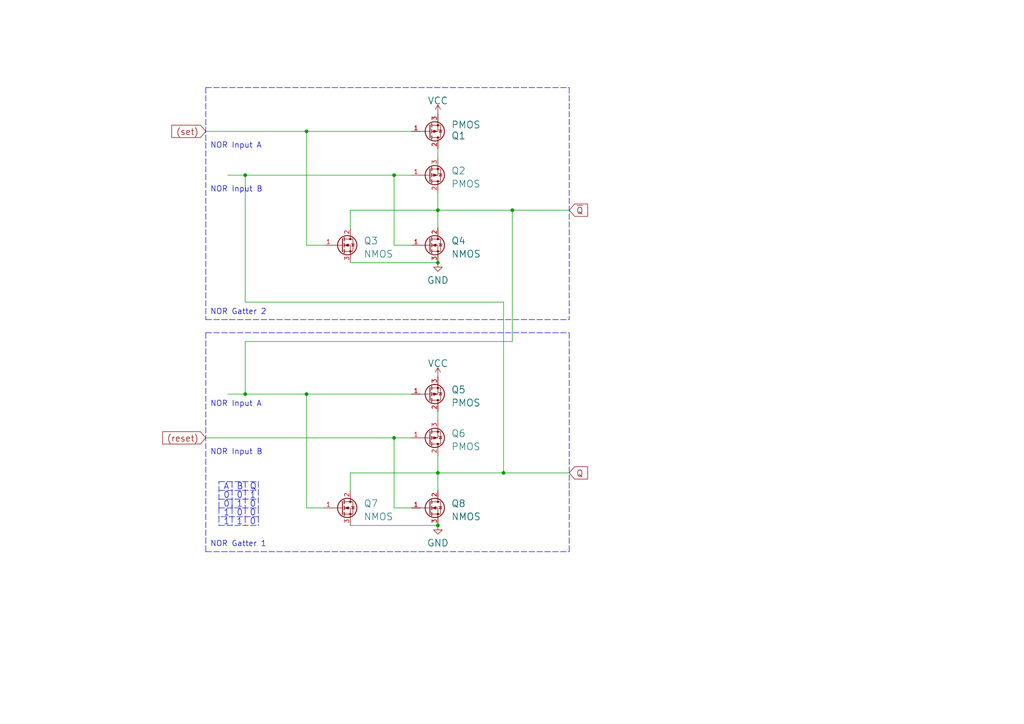
<source format=kicad_sch>
(kicad_sch (version 20211123) (generator eeschema)
  (paper "A4")
  (title_block (title "CMOS RS Latch") (date "2024-07-22") (rev "1.0") (comment 1 "creativecommons.org/licenses/by-sa/4.0/") (comment 2 "License: CC BY-SA 4.0") (comment 3 "Author: Michael Krause"))
  (lib_symbols
    (symbol "Device:Q_NMOS_GDS" (pin_names (offset 0) hide)
      (property "Reference" "Q" (at 5.08 1.27 0))
      (property "Value" "Q_NMOS_GDS" (at 5.08 -1.27 0))
      (symbol "Q_NMOS_GDS_0_1"
        (polyline (pts (xy 0.254 0) (xy -2.54 0)))
        (polyline (pts (xy 0.254 1.905) (xy 0.254 -1.905)) (stroke (width 0.254)))
        (polyline (pts (xy 0.762 -1.27) (xy 0.762 -2.286)) (stroke (width 0.254)))
        (polyline (pts (xy 0.762 0.508) (xy 0.762 -0.508)) (stroke (width 0.254)))
        (polyline (pts (xy 0.762 2.286) (xy 0.762 1.27)) (stroke (width 0.254)))
        (polyline (pts (xy 2.54 2.54) (xy 2.54 1.778)))
        (polyline (pts (xy 2.54 -2.54) (xy 2.54 0) (xy 0.762 0)))
        (polyline (pts (xy 0.762 -1.778) (xy 3.302 -1.778) (xy 3.302 1.778) (xy 0.762 1.778)))
        (polyline (pts (xy 1.016 0) (xy 2.032 0.381) (xy 2.032 -0.381) (xy 1.016 0)) (fill (type outline)))
        (polyline (pts (xy 2.794 0.508) (xy 2.921 0.381) (xy 3.683 0.381) (xy 3.81 0.254)))
        (polyline (pts (xy 3.302 0.381) (xy 2.921 -0.254) (xy 3.683 -0.254) (xy 3.302 0.381)))
        (circle (center 1.651 0) (radius 2.794) (stroke (width 0.254)))
        (circle (center 2.54 -1.778) (radius 0.254) (fill (type outline)))
        (circle (center 2.54 1.778) (radius 0.254) (fill (type outline)))
      )
      (symbol "Q_NMOS_GDS_1_1"
        (pin input line (at -5.08 0 0) (length 2.54) (name "G") (number "1"))
        (pin passive line (at 2.54 5.08 270) (length 2.54) (name "D") (number "2"))
        (pin passive line (at 2.54 -5.08 90) (length 2.54) (name "S") (number "3"))
      )
    )
    (symbol "Device:Q_PMOS_GDS" (pin_names (offset 0) hide)
      (property "Reference" "Q" (at 5.08 1.27 0))
      (property "Value" "Q_PMOS_GDS" (at 5.08 -1.27 0))
      (symbol "Q_PMOS_GDS_0_1"
        (polyline (pts (xy 0.254 0) (xy -2.54 0)))
        (polyline (pts (xy 0.254 1.905) (xy 0.254 -1.905)) (stroke (width 0.254)))
        (polyline (pts (xy 0.762 -1.27) (xy 0.762 -2.286)) (stroke (width 0.254)))
        (polyline (pts (xy 0.762 0.508) (xy 0.762 -0.508)) (stroke (width 0.254)))
        (polyline (pts (xy 0.762 2.286) (xy 0.762 1.27)) (stroke (width 0.254)))
        (polyline (pts (xy 2.54 2.54) (xy 2.54 1.778)))
        (polyline (pts (xy 2.54 -2.54) (xy 2.54 0) (xy 0.762 0)))
        (polyline (pts (xy 0.762 1.778) (xy 3.302 1.778) (xy 3.302 -1.778) (xy 0.762 -1.778)))
        (polyline (pts (xy 2.286 0) (xy 1.27 0.381) (xy 1.27 -0.381) (xy 2.286 0)) (fill (type outline)))
        (polyline (pts (xy 2.794 -0.508) (xy 2.921 -0.381) (xy 3.683 -0.381) (xy 3.81 -0.254)))
        (polyline (pts (xy 3.302 -0.381) (xy 2.921 0.254) (xy 3.683 0.254) (xy 3.302 -0.381)))
        (circle (center 1.651 0) (radius 2.794) (stroke (width 0.254)))
        (circle (center 2.54 -1.778) (radius 0.254) (fill (type outline)))
        (circle (center 2.54 1.778) (radius 0.254) (fill (type outline)))
      )
      (symbol "Q_PMOS_GDS_1_1"
        (pin input line (at -5.08 0 0) (length 2.54) (name "G") (number "1"))
        (pin passive line (at 2.54 5.08 270) (length 2.54) (name "D") (number "2"))
        (pin passive line (at 2.54 -5.08 90) (length 2.54) (name "S") (number "3"))
      )
    )
    (symbol "power:GND" (power) (pin_names (offset 0))
      (property "Value" "GND" (at 0 -3.81 0))
      (symbol "GND_0_1"
        (polyline (pts (xy 0 0) (xy 0 -1.27) (xy 1.27 -1.27) (xy 0 -2.54) (xy -1.27 -1.27) (xy 0 -1.27)))
      )
      (symbol "GND_1_1"
        (pin power_in line (at 0 0 270) (length 0) hide (name "GND") (number "1"))
      )
    )
    (symbol "power:VCC" (power) (pin_names (offset 0))
      (property "Value" "VCC" (at 0 3.81 0))
      (symbol "VCC_0_1"
        (polyline (pts (xy -0.762 1.27) (xy 0 2.54)))
        (polyline (pts (xy 0 0) (xy 0 2.54)))
        (polyline (pts (xy 0 2.54) (xy 0.762 1.27)))
      )
      (symbol "VCC_1_1"
        (pin power_in line (at 0 0 90) (length 0) hide (name "VCC") (number "1"))
      )
    )
  )
  (junction (at 114.3 127))
  (junction (at 88.9 114.3))
  (junction (at 127 60.96))
  (junction (at 146.05 137.16))
  (junction (at 114.3 50.8))
  (junction (at 71.12 114.3))
  (junction (at 127 152.4))
  (junction (at 127 76.2))
  (junction (at 148.59 60.96))
  (junction (at 127 137.16))
  (junction (at 71.12 50.8))
  (junction (at 88.9 38.1))
  (polyline (pts (xy 71.12 149.86) (xy 71.12 152.4)))
  (polyline (pts (xy 59.69 25.4) (xy 59.69 92.71)))
  (wire (pts (xy 93.98 71.12) (xy 88.9 71.12)))
  (polyline (pts (xy 74.93 147.32) (xy 74.93 149.86)))
  (wire (pts (xy 101.6 60.96) (xy 127 60.96)))
  (polyline (pts (xy 67.31 139.7) (xy 67.31 147.32)))
  (wire (pts (xy 101.6 60.96) (xy 101.6 66.04)))
  (wire (pts (xy 71.12 114.3) (xy 71.12 99.06)))
  (wire (pts (xy 127 55.88) (xy 127 60.96)))
  (wire (pts (xy 88.9 38.1) (xy 119.38 38.1)))
  (polyline (pts (xy 67.31 147.32) (xy 67.31 149.86)))
  (wire (pts (xy 127 132.08) (xy 127 137.16)))
  (polyline (pts (xy 63.5 147.32) (xy 63.5 139.7)))
  (wire (pts (xy 114.3 50.8) (xy 114.3 71.12)))
  (wire (pts (xy 114.3 50.8) (xy 119.38 50.8)))
  (wire (pts (xy 127 119.38) (xy 127 121.92)))
  (wire (pts (xy 93.98 147.32) (xy 88.9 147.32)))
  (wire (pts (xy 71.12 114.3) (xy 88.9 114.3)))
  (wire (pts (xy 101.6 137.16) (xy 127 137.16)))
  (wire (pts (xy 148.59 99.06) (xy 148.59 60.96)))
  (polyline (pts (xy 63.5 139.7) (xy 74.93 139.7)))
  (polyline (pts (xy 59.69 25.4) (xy 165.1 25.4)))
  (polyline (pts (xy 59.69 160.02) (xy 165.1 160.02)))
  (polyline (pts (xy 63.5 152.4) (xy 74.93 152.4)))
  (polyline (pts (xy 63.5 147.32) (xy 63.5 149.86)))
  (wire (pts (xy 88.9 38.1) (xy 88.9 71.12)))
  (polyline (pts (xy 67.31 149.86) (xy 67.31 152.4)))
  (wire (pts (xy 66.04 114.3) (xy 71.12 114.3)))
  (wire (pts (xy 127 137.16) (xy 127 142.24)))
  (wire (pts (xy 148.59 60.96) (xy 165.1 60.96)))
  (wire (pts (xy 66.04 50.8) (xy 71.12 50.8)))
  (wire (pts (xy 101.6 76.2) (xy 127 76.2)))
  (wire (pts (xy 146.05 137.16) (xy 165.1 137.16)))
  (wire (pts (xy 88.9 114.3) (xy 119.38 114.3)))
  (polyline (pts (xy 59.69 92.71) (xy 165.1 92.71)))
  (polyline (pts (xy 165.1 25.4) (xy 165.1 92.71)))
  (wire (pts (xy 127 43.18) (xy 127 45.72)))
  (wire (pts (xy 127 60.96) (xy 127 66.04)))
  (polyline (pts (xy 59.69 96.52) (xy 59.69 160.02)))
  (wire (pts (xy 71.12 87.63) (xy 146.05 87.63)))
  (polyline (pts (xy 71.12 147.32) (xy 71.12 149.86)))
  (wire (pts (xy 59.69 38.1) (xy 88.9 38.1)))
  (wire (pts (xy 101.6 152.4) (xy 127 152.4)))
  (wire (pts (xy 127 137.16) (xy 146.05 137.16)))
  (polyline (pts (xy 59.69 96.52) (xy 165.1 96.52)))
  (polyline (pts (xy 67.31 146.05) (xy 67.31 147.32)))
  (wire (pts (xy 88.9 114.3) (xy 88.9 147.32)))
  (polyline (pts (xy 71.12 139.7) (xy 71.12 147.32)))
  (wire (pts (xy 119.38 147.32) (xy 114.3 147.32)))
  (wire (pts (xy 114.3 127) (xy 114.3 147.32)))
  (wire (pts (xy 101.6 137.16) (xy 101.6 142.24)))
  (polyline (pts (xy 74.93 149.86) (xy 74.93 152.4)))
  (polyline (pts (xy 63.5 147.32) (xy 74.93 147.32)))
  (wire (pts (xy 59.69 127) (xy 114.3 127)))
  (wire (pts (xy 148.59 60.96) (xy 127 60.96)))
  (polyline (pts (xy 63.5 144.78) (xy 74.93 144.78)))
  (polyline (pts (xy 165.1 96.52) (xy 165.1 160.02)))
  (wire (pts (xy 114.3 127) (xy 119.38 127)))
  (wire (pts (xy 146.05 87.63) (xy 146.05 137.16)))
  (wire (pts (xy 71.12 50.8) (xy 114.3 50.8)))
  (wire (pts (xy 71.12 50.8) (xy 71.12 87.63)))
  (polyline (pts (xy 74.93 139.7) (xy 74.93 147.32)))
  (polyline (pts (xy 74.93 149.86) (xy 63.5 149.86)))
  (wire (pts (xy 119.38 71.12) (xy 114.3 71.12)))
  (polyline (pts (xy 63.5 142.24) (xy 74.93 142.24)))
  (polyline (pts (xy 63.5 149.86) (xy 63.5 152.4)))
  (wire (pts (xy 71.12 99.06) (xy 148.59 99.06)))
  (text "1" (at 68.58 152.4 0) (effects (font (size 1.8 1.8)) (justify left bottom)))
  (text "1" (at 64.77 152.4 0) (effects (font (size 1.8 1.8)) (justify left bottom)))
  (text "0" (at 68.58 149.86 0) (effects (font (size 1.8 1.8)) (justify left bottom)))
  (text "1" (at 68.58 147.32 0) (effects (font (size 1.8 1.8)) (justify left bottom)))
  (text "NOR Input B" (at 60.96 132.08 0) (effects (font (size 1.6 1.6)) (justify left bottom)))
  (text "0" (at 72.39 149.86 0) (effects (font (size 1.8 1.8)) (justify left bottom)))
  (text "0" (at 64.77 147.32 0) (effects (font (size 1.8 1.8)) (justify left bottom)))
  (text "Q" (at 72.39 142.24 0) (effects (font (size 1.8 1.8)) (justify left bottom)))
  (text "1" (at 64.77 149.86 0) (effects (font (size 1.8 1.8)) (justify left bottom)))
  (text "B" (at 68.58 142.24 0) (effects (font (size 1.8 1.8)) (justify left bottom)))
  (text "NOR Input B" (at 60.96 55.88 0) (effects (font (size 1.6 1.6)) (justify left bottom)))
  (text "0" (at 72.39 152.4 0) (effects (font (size 1.8 1.8)) (justify left bottom)))
  (text "NOR Gatter 1" (at 60.96 158.75 0) (effects (font (size 1.6 1.6)) (justify left bottom)))
  (text "NOR Gatter 2" (at 60.96 91.44 0) (effects (font (size 1.6 1.6)) (justify left bottom)))
  (text "NOR Input A" (at 60.96 43.18 0) (effects (font (size 1.6 1.6)) (justify left bottom)))
  (text "0" (at 68.58 144.78 0) (effects (font (size 1.8 1.8)) (justify left bottom)))
  (text "A" (at 64.77 142.24 0) (effects (font (size 1.8 1.8)) (justify left bottom)))
  (text "0" (at 64.77 144.78 0) (effects (font (size 1.8 1.8)) (justify left bottom)))
  (text "1" (at 72.39 144.78 0) (effects (font (size 1.8 1.8)) (justify left bottom)))
  (text "0" (at 72.39 147.32 0) (effects (font (size 1.8 1.8)) (justify left bottom)))
  (text "NOR Input A" (at 60.96 118.11 0) (effects (font (size 1.6 1.6)) (justify left bottom)))
  (global_label "(reset)" (shape input) (at 59.69 127 180) (effects (font (size 1.8 1.8))) (property "Referenzen zwischen Schaltplänen" "${INTERSHEET_REFS}" (effects hide)))
  (global_label "~{Q}" (shape input) (at 165.1 60.96 0) (effects (font (size 1.8 1.8))) (property "Referenzen zwischen Schaltplänen" "${INTERSHEET_REFS}" (effects hide)))
  (global_label "Q" (shape input) (at 165.1 137.16 0) (effects (font (size 1.8 1.8))) (property "Referenzen zwischen Schaltplänen" "${INTERSHEET_REFS}" (effects hide)))
  (global_label "(set)" (shape input) (at 59.69 38.1 180) (effects (font (size 1.8 1.8))) (property "Referenzen zwischen Schaltplänen" "${INTERSHEET_REFS}" (effects hide)))
  (symbol (lib_id "Device:Q_PMOS_GDS") (at 124.46 38.1 0) (mirror x) (unit 1)
    (property "Reference" "Q1" (at 130.81 39.3701 0) (effects (font (size 2 2)) (justify left)))
    (property "Value" "PMOS" (at 130.81 36.195 0) (effects (font (size 2 2)) (justify left)))
  )
  (symbol (lib_id "Device:Q_NMOS_GDS") (at 124.46 147.32 0) (unit 1)
    (property "Reference" "Q8" (at 130.81 146.05 0) (effects (font (size 2 2)) (justify left)))
    (property "Value" "NMOS" (at 130.81 149.86 0) (effects (font (size 2 2)) (justify left)))
  )
  (symbol (lib_id "Device:Q_NMOS_GDS") (at 124.46 71.12 0) (unit 1)
    (property "Reference" "Q4" (at 130.81 69.85 0) (effects (font (size 2 2)) (justify left)))
    (property "Value" "NMOS" (at 130.81 73.66 0) (effects (font (size 2 2)) (justify left)))
  )
  (symbol (lib_id "power:VCC") (at 127 33.02 0) (unit 1)
    (property "Reference" "#PWR01" (effects hide))
    (property "Value" "VCC" (at 127 29.21 0) (effects (font (size 2 2))))
  )
  (symbol (lib_id "Device:Q_PMOS_GDS") (at 124.46 127 0) (mirror x) (unit 1)
    (property "Reference" "Q6" (at 130.81 125.73 0) (effects (font (size 2 2)) (justify left)))
    (property "Value" "PMOS" (at 130.81 129.54 0) (effects (font (size 2 2)) (justify left)))
  )
  (symbol (lib_id "Device:Q_NMOS_GDS") (at 99.06 71.12 0) (unit 1)
    (property "Reference" "Q3" (at 105.41 69.85 0) (effects (font (size 2 2)) (justify left)))
    (property "Value" "NMOS" (at 105.41 73.66 0) (effects (font (size 2 2)) (justify left)))
  )
  (symbol (lib_id "Device:Q_PMOS_GDS") (at 124.46 114.3 0) (mirror x) (unit 1)
    (property "Reference" "Q5" (at 130.81 113.03 0) (effects (font (size 2 2)) (justify left)))
    (property "Value" "PMOS" (at 130.81 116.84 0) (effects (font (size 2 2)) (justify left)))
  )
  (symbol (lib_id "power:GND") (at 127 76.2 0) (unit 1)
    (property "Reference" "#PWR02" (effects hide))
    (property "Value" "GND" (at 127 81.28 0) (effects (font (size 2 2))))
  )
  (symbol (lib_id "Device:Q_PMOS_GDS") (at 124.46 50.8 0) (mirror x) (unit 1)
    (property "Reference" "Q2" (at 130.81 49.53 0) (effects (font (size 2 2)) (justify left)))
    (property "Value" "PMOS" (at 130.81 53.34 0) (effects (font (size 2 2)) (justify left)))
  )
  (symbol (lib_id "Device:Q_NMOS_GDS") (at 99.06 147.32 0) (unit 1)
    (property "Reference" "Q7" (at 105.41 146.05 0) (effects (font (size 2 2)) (justify left)))
    (property "Value" "NMOS" (at 105.41 149.86 0) (effects (font (size 2 2)) (justify left)))
  )
  (symbol (lib_id "power:VCC") (at 127 109.22 0) (unit 1)
    (property "Reference" "#PWR03" (effects hide))
    (property "Value" "VCC" (at 127 105.41 0) (effects (font (size 2 2))))
  )
  (symbol (lib_id "power:GND") (at 127 152.4 0) (unit 1)
    (property "Reference" "#PWR04" (effects hide))
    (property "Value" "GND" (at 127 157.48 0) (effects (font (size 2 2))))
  )
)
</source>
